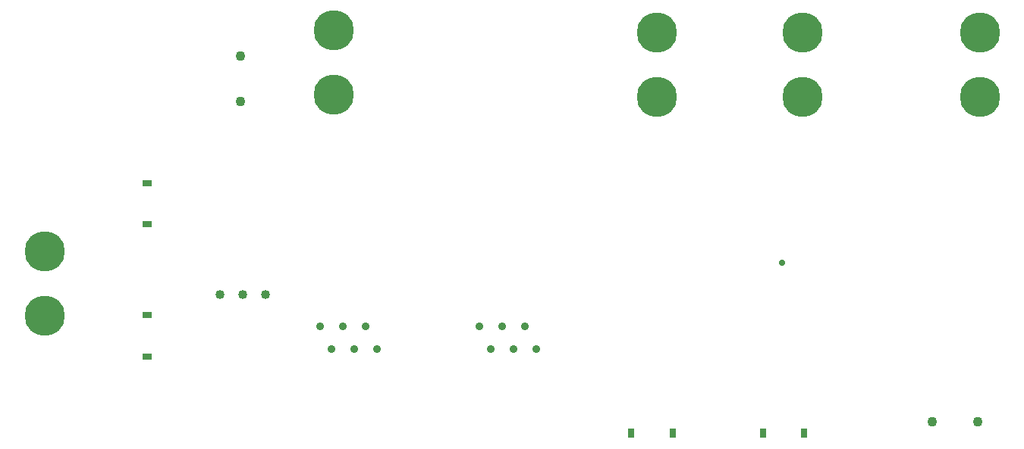
<source format=gbr>
%TF.GenerationSoftware,Altium Limited,Altium Designer,19.1.8 (144)*%
G04 Layer_Color=0*
%FSLAX26Y26*%
%MOIN*%
%TF.FileFunction,Plated,1,2,PTH,Drill*%
%TF.Part,Single*%
G01*
G75*
%TA.AperFunction,ComponentDrill*%
%ADD63R,0.029528X0.043307*%
%ADD64R,0.043307X0.029528*%
%ADD65C,0.177165*%
%ADD66C,0.040157*%
%ADD67C,0.035039*%
%ADD68C,0.043307*%
%ADD69C,0.043307*%
%TA.AperFunction,ViaDrill,NotFilled*%
%ADD70C,0.028000*%
D63*
X3467559Y210197D02*
D03*
X3648661Y210000D02*
D03*
X3069921Y210197D02*
D03*
X2886850Y210000D02*
D03*
D64*
X760000Y1130000D02*
D03*
X760197Y1311102D02*
D03*
X760000Y732362D02*
D03*
X760197Y549291D02*
D03*
D65*
X4420000Y1975746D02*
D03*
Y1692281D02*
D03*
X3001124Y1975746D02*
D03*
Y1692281D02*
D03*
X1580000Y1983465D02*
D03*
Y1700000D02*
D03*
X3641124Y1975746D02*
D03*
Y1692281D02*
D03*
X310000Y1010000D02*
D03*
Y726535D02*
D03*
D66*
X1080000Y820000D02*
D03*
X1180000D02*
D03*
X1280000D02*
D03*
D67*
X1770000Y580000D02*
D03*
X1670000D02*
D03*
X1570000D02*
D03*
X1720000Y680000D02*
D03*
X1620000D02*
D03*
X1520000D02*
D03*
X2470000Y580000D02*
D03*
X2370000D02*
D03*
X2270000D02*
D03*
X2420000Y680000D02*
D03*
X2320000D02*
D03*
X2220000D02*
D03*
D68*
X4410000Y260000D02*
D03*
X4210000D02*
D03*
D69*
X1170000Y1670000D02*
D03*
Y1870000D02*
D03*
D70*
X3550000Y960000D02*
D03*
%TF.MD5,1aa426bf8d7329dad0b013adfd170ca5*%
M02*

</source>
